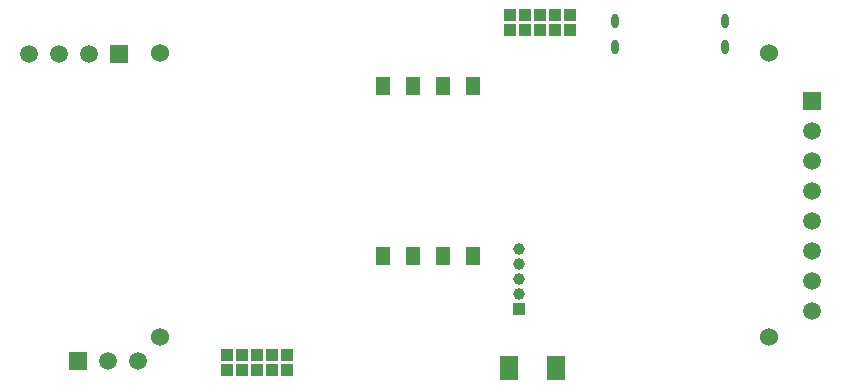
<source format=gbs>
G04 Layer_Color=16711935*
%FSAX44Y44*%
%MOMM*%
G71*
G01*
G75*
%ADD25R,1.0000X1.0000*%
%ADD26C,1.0000*%
%ADD27R,1.5000X1.5000*%
%ADD28C,1.5000*%
%ADD29R,1.5000X1.5000*%
%ADD30R,1.0000X1.0000*%
%ADD31C,1.5240*%
%ADD33R,1.5000X2.0000*%
%ADD34R,1.3000X1.5000*%
%ADD45O,0.7000X1.2000*%
D25*
X00939730Y00815406D02*
D03*
D26*
X00939730Y00828107D02*
D03*
Y00840807D02*
D03*
Y00853506D02*
D03*
Y00866207D02*
D03*
D27*
X00566539Y00771357D02*
D03*
X00601351Y01030716D02*
D03*
D28*
X00617339Y00771357D02*
D03*
X00591939D02*
D03*
X00575951Y01030716D02*
D03*
X00550551D02*
D03*
X00525151D02*
D03*
X01188095Y00813380D02*
D03*
Y00838780D02*
D03*
Y00864180D02*
D03*
Y00889580D02*
D03*
Y00914980D02*
D03*
Y00940380D02*
D03*
Y00965780D02*
D03*
D29*
X01188095Y00991180D02*
D03*
D30*
X00743509Y00763412D02*
D03*
Y00776112D02*
D03*
X00730809D02*
D03*
Y00763412D02*
D03*
X00718109D02*
D03*
Y00776112D02*
D03*
X00705409D02*
D03*
Y00763412D02*
D03*
X00692709D02*
D03*
Y00776112D02*
D03*
X00970545Y01051040D02*
D03*
Y01063740D02*
D03*
X00983245D02*
D03*
Y01051040D02*
D03*
X00957845D02*
D03*
X00945145D02*
D03*
Y01063740D02*
D03*
X00957845D02*
D03*
X00932445D02*
D03*
Y01051040D02*
D03*
D31*
X00636364Y00791719D02*
D03*
X00636513Y01031886D02*
D03*
X01151364Y00791719D02*
D03*
Y01031719D02*
D03*
D33*
X00931264Y00765219D02*
D03*
X00971264D02*
D03*
D34*
X00850464Y00859718D02*
D03*
X00875864D02*
D03*
X00901264D02*
D03*
X00825064D02*
D03*
X00901264Y01003718D02*
D03*
X00875864D02*
D03*
X00850464D02*
D03*
X00825064D02*
D03*
D45*
X01021790Y01037029D02*
D03*
Y01059279D02*
D03*
X01114790Y01037029D02*
D03*
Y01059279D02*
D03*
M02*

</source>
